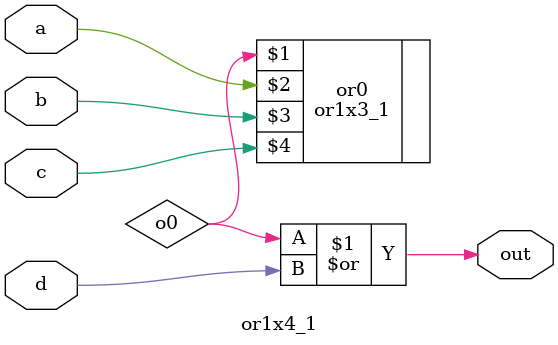
<source format=v>
module or1x4_1 (/*AUTOARG*/
   // Outputs
   out,
   // Inputs
   a, b, c, d
   ) ;
   input a, b, c, d;
   output out;
   wire   o0;

   or1x3_1 or0(o0, a, b, c);
   or or1(out, o0, d);

endmodule // or1x4_1

</source>
